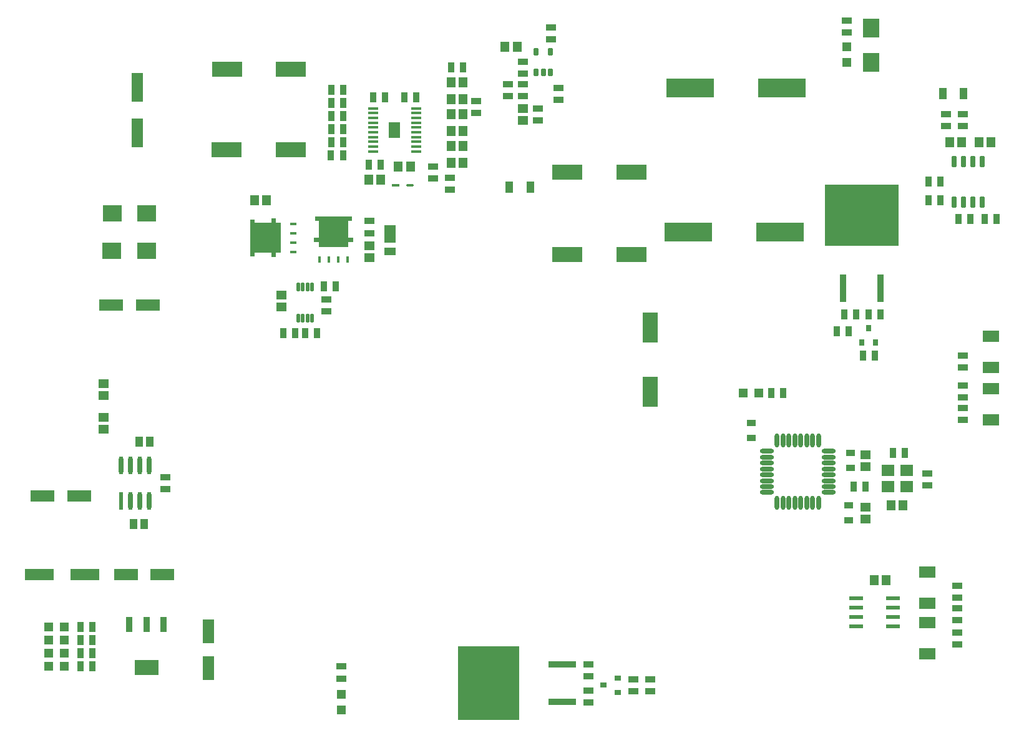
<source format=gtp>
%FSLAX23Y23*%
%MOIN*%
%SFA1B1*%

%IPPOS*%
%AMD20*
4,1,8,-0.009800,-0.019700,0.009800,-0.019700,0.011800,-0.017700,0.011800,0.017700,0.009800,0.019700,-0.009800,0.019700,-0.011800,0.017700,-0.011800,-0.017700,-0.009800,-0.019700,0.0*
1,1,0.004020,-0.009800,-0.017700*
1,1,0.004020,0.009800,-0.017700*
1,1,0.004020,0.009800,0.017700*
1,1,0.004020,-0.009800,0.017700*
%
%AMD33*
4,1,8,-0.011800,0.036900,-0.011800,-0.036900,0.000000,-0.048800,0.000000,-0.048800,0.011800,-0.036900,0.011800,0.036900,0.000000,0.048800,0.000000,0.048800,-0.011800,0.036900,0.0*
1,1,0.023680,0.000000,0.036900*
1,1,0.023680,0.000000,-0.036900*
1,1,0.023680,0.000000,-0.036900*
1,1,0.023680,0.000000,0.036900*
%
%AMD36*
4,1,8,-0.009800,-0.028500,0.009800,-0.028500,0.011800,-0.026500,0.011800,0.026500,0.009800,0.028500,-0.009800,0.028500,-0.011800,0.026500,-0.011800,-0.026500,-0.009800,-0.028500,0.0*
1,1,0.004020,-0.009800,-0.026500*
1,1,0.004020,0.009800,-0.026500*
1,1,0.004020,0.009800,0.026500*
1,1,0.004020,-0.009800,0.026500*
%
%AMD37*
4,1,8,-0.006900,-0.022600,0.006900,-0.022600,0.008900,-0.020700,0.008900,0.020700,0.006900,0.022600,-0.006900,0.022600,-0.008900,0.020700,-0.008900,-0.020700,-0.006900,-0.022600,0.0*
1,1,0.003900,-0.006900,-0.020700*
1,1,0.003900,0.006900,-0.020700*
1,1,0.003900,0.006900,0.020700*
1,1,0.003900,-0.006900,0.020700*
%
%AMD44*
4,1,8,0.012100,0.007700,-0.012100,0.007700,-0.019800,0.000000,-0.019800,0.000000,-0.012100,-0.007700,0.012100,-0.007700,0.019800,0.000000,0.019800,0.000000,0.012100,0.007700,0.0*
1,1,0.015460,0.012100,0.000000*
1,1,0.015460,-0.012100,0.000000*
1,1,0.015460,-0.012100,0.000000*
1,1,0.015460,0.012100,0.000000*
%
%AMD51*
4,1,8,-0.026300,-0.008100,0.026300,-0.008100,0.028300,-0.006000,0.028300,0.006000,0.026300,0.008100,-0.026300,0.008100,-0.028300,0.006000,-0.028300,-0.006000,-0.026300,-0.008100,0.0*
1,1,0.004040,-0.026300,-0.006000*
1,1,0.004040,0.026300,-0.006000*
1,1,0.004040,0.026300,0.006000*
1,1,0.004040,-0.026300,0.006000*
%
%ADD17R,0.051360X0.057330*%
%ADD18R,0.057330X0.051360*%
%ADD19R,0.066930X0.059060*%
G04~CAMADD=20~8~0.0~0.0~236.2~393.7~20.1~0.0~15~0.0~0.0~0.0~0.0~0~0.0~0.0~0.0~0.0~0~0.0~0.0~0.0~180.0~237.0~394.0*
%ADD20D20*%
%ADD21R,0.157480X0.062990*%
%ADD22R,0.043310X0.053150*%
%ADD23R,0.062990X0.125980*%
%ADD24R,0.047490X0.037650*%
%ADD25R,0.085830X0.063780*%
%ADD26R,0.086610X0.098430*%
%ADD27R,0.047240X0.047240*%
%ADD28R,0.330710X0.397640*%
%ADD29R,0.151580X0.037400*%
%ADD30R,0.035430X0.031500*%
%ADD31R,0.077950X0.020870*%
%ADD32R,0.023670X0.097520*%
G04~CAMADD=33~8~0.0~0.0~975.2~236.7~118.4~0.0~15~0.0~0.0~0.0~0.0~0~0.0~0.0~0.0~0.0~0~0.0~0.0~0.0~90.0~238.0~975.0*
%ADD33D33*%
%ADD34R,0.037400X0.084650*%
%ADD35R,0.127950X0.084650*%
G04~CAMADD=36~8~0.0~0.0~236.2~570.9~20.1~0.0~15~0.0~0.0~0.0~0.0~0~0.0~0.0~0.0~0.0~0~0.0~0.0~0.0~180.0~236.0~570.0*
%ADD36D36*%
G04~CAMADD=37~8~0.0~0.0~177.2~452.8~19.5~0.0~15~0.0~0.0~0.0~0.0~0~0.0~0.0~0.0~0.0~0~0.0~0.0~0.0~180.0~178.0~453.0*
%ADD37D37*%
%ADD38O,0.023620X0.076770*%
%ADD39O,0.076770X0.023620*%
%ADD40R,0.255910X0.102360*%
%ADD41R,0.255910X0.098430*%
%ADD42R,0.161420X0.078740*%
%ADD43R,0.039590X0.015450*%
G04~CAMADD=44~8~0.0~0.0~395.9~154.5~77.3~0.0~15~0.0~0.0~0.0~0.0~0~0.0~0.0~0.0~0.0~0~0.0~0.0~0.0~0.0~395.9~154.5*
%ADD44D44*%
%ADD45R,0.059060X0.094490*%
%ADD46R,0.059060X0.041340*%
%ADD47R,0.016140X0.032280*%
%ADD48C,0.143890*%
%ADD49R,0.043310X0.064960*%
%ADD50R,0.053150X0.033470*%
G04~CAMADD=51~8~0.0~0.0~566.9~161.4~20.2~0.0~15~0.0~0.0~0.0~0.0~0~0.0~0.0~0.0~0.0~0~0.0~0.0~0.0~180.0~568.0~162.0*
%ADD51D51*%
%ADD52R,0.033470X0.053150*%
%ADD53R,0.125980X0.062990*%
%ADD54R,0.032280X0.016140*%
%ADD55R,0.078740X0.161420*%
%ADD56R,0.047240X0.047240*%
%ADD57R,0.031500X0.035430*%
%ADD58R,0.037400X0.151580*%
%ADD59R,0.397640X0.330710*%
%ADD60R,0.098430X0.086610*%
%ADD61R,0.062990X0.157480*%
%LNpcb1-1*%
%LPD*%
G36*
X3205Y4225D02*
X3146D01*
Y4308*
X3205*
Y4225*
G37*
G36*
X2542Y3769D02*
X2569D01*
Y3690*
Y3610*
X2542*
Y3586*
X2517*
Y3610*
X2427*
Y3591*
X2406*
Y3788*
X2427*
Y3769*
X2517*
Y3793*
X2542*
Y3769*
G37*
G36*
X2948Y3782D02*
X2929D01*
Y3692*
X2953*
Y3667*
X2929*
Y3640*
X2770*
Y3667*
X2746*
Y3692*
X2770*
Y3782*
X2751*
Y3803*
X2948*
Y3782*
G37*
G54D17*
X3101Y4000D03*
X3038D03*
X3478Y4090D03*
X3541D03*
X3478Y4520D03*
X3541D03*
X3478Y4430D03*
X3541D03*
X3478Y4350D03*
X3541D03*
X3478Y4260D03*
X3541D03*
X3478Y4180D03*
X3541D03*
X3766Y4710D03*
X3830D03*
X2491Y3890D03*
X2428D03*
X3196Y4070D03*
X3260D03*
X5891Y2260D03*
X5828D03*
X6298Y4200D03*
X6361D03*
X6140D03*
X6203D03*
X5801Y1860D03*
X5738D03*
G54D18*
X3860Y4381D03*
Y4318D03*
X3040Y3584D03*
Y3648D03*
X2570Y3383D03*
Y3320D03*
X5690Y2188D03*
Y2251D03*
Y2531D03*
Y2468D03*
X1620Y2668D03*
Y2731D03*
Y2911D03*
Y2848D03*
G54D19*
X5810Y2446D03*
X5910Y2360D03*
X5810D03*
X5910Y2446D03*
G54D20*
X3932Y4684D03*
X4007D03*
Y4575D03*
X3970D03*
X3932D03*
G54D21*
X1277Y1890D03*
X1522D03*
G54D22*
X1867Y2600D03*
X1812D03*
X1837Y2160D03*
X1782D03*
G54D23*
X2180Y1588D03*
Y1391D03*
G54D24*
X5080Y2700D03*
Y2619D03*
X5600Y2179D03*
Y2260D03*
X5610Y2540D03*
Y2459D03*
G54D25*
X6360Y2996D03*
Y3163D03*
Y2883D03*
Y2716D03*
X6020Y1903D03*
Y1736D03*
Y1633D03*
Y1466D03*
G54D26*
X5720Y4627D03*
Y4812D03*
G54D27*
X1328Y1610D03*
X1411D03*
X5121Y2860D03*
X5038D03*
X1328Y1470D03*
X1411D03*
X1328Y1540D03*
X1411D03*
X1328Y1400D03*
X1411D03*
G54D28*
X3678Y1310D03*
G54D29*
X4070Y1210D03*
Y1410D03*
G54D30*
X4290Y1300D03*
X4369Y1262D03*
Y1337D03*
G54D31*
X5642Y1765D03*
Y1715D03*
Y1665D03*
Y1615D03*
X5837D03*
Y1665D03*
Y1715D03*
Y1765D03*
G54D32*
X1715Y2285D03*
G54D33*
X1765Y2285D03*
X1815D03*
X1865D03*
Y2475D03*
X1815D03*
X1765D03*
X1715D03*
G54D34*
X1940Y1624D03*
X1850D03*
X1759D03*
G54D35*
X1850Y1395D03*
G54D36*
X6165Y3882D03*
X6215D03*
X6265D03*
X6315D03*
X6165Y4097D03*
X6215D03*
X6265D03*
X6315D03*
G54D37*
X2736Y3427D03*
X2711D03*
X2685D03*
X2660D03*
X2711Y3260D03*
X2685D03*
X2660D03*
X2736D03*
G54D38*
X5219Y2606D03*
X5440Y2273D03*
X5251Y2606D03*
X5440D03*
X5408D03*
X5377D03*
X5345D03*
X5314D03*
X5282D03*
X5219Y2273D03*
X5251D03*
X5282D03*
X5314D03*
X5345D03*
X5377D03*
X5408D03*
G54D39*
X5496Y2329D03*
Y2361D03*
Y2392D03*
Y2424D03*
Y2455D03*
Y2487D03*
Y2518D03*
Y2550D03*
X5163D03*
Y2518D03*
Y2487D03*
Y2455D03*
Y2424D03*
Y2392D03*
Y2361D03*
Y2329D03*
G54D40*
X4753Y4490D03*
X4743Y3720D03*
G54D41*
X5246Y4490D03*
X5236Y3720D03*
G54D42*
X2621Y4160D03*
X2278D03*
X2622Y4590D03*
X2280D03*
X4441Y3600D03*
X4098D03*
X4441Y4040D03*
X4098D03*
G54D43*
X3180Y3970D03*
G54D44*
X3259Y3970D03*
G54D45*
X3150Y3710D03*
G54D46*
X3150Y3616D03*
G54D47*
X2775Y3573D03*
X2825D03*
X2875D03*
X2925D03*
G54D48*
X2850Y3721D03*
X2488Y3690D03*
G54D49*
X3900Y3960D03*
X3787D03*
X6216Y4460D03*
X6103D03*
G54D50*
X3470Y4012D03*
Y3947D03*
X3940Y4317D03*
Y4382D03*
X4010Y4814D03*
Y4750D03*
X3860Y4567D03*
Y4632D03*
X3780Y4512D03*
Y4447D03*
X4050Y4492D03*
Y4427D03*
X3610Y4422D03*
Y4357D03*
X3380Y4007D03*
Y4072D03*
X3860Y4512D03*
Y4447D03*
X3040Y3714D03*
Y3779D03*
X4450Y1267D03*
Y1332D03*
X4540Y1267D03*
Y1332D03*
X2810Y3362D03*
Y3297D03*
X6020Y2367D03*
Y2432D03*
X6180Y1712D03*
Y1647D03*
X5590Y4852D03*
Y4787D03*
X1950Y2412D03*
Y2347D03*
X4210Y1207D03*
Y1272D03*
Y1347D03*
Y1412D03*
X6180Y1582D03*
Y1517D03*
Y1832D03*
Y1767D03*
X6210Y2782D03*
Y2717D03*
X2890Y1400D03*
Y1335D03*
X6210Y4352D03*
Y4287D03*
Y2837D03*
Y2902D03*
Y2997D03*
Y3062D03*
X6120Y4352D03*
Y4287D03*
G54D51*
X3290Y4152D03*
Y4177D03*
Y4203D03*
Y4228D03*
Y4254D03*
Y4280D03*
Y4305D03*
Y4331D03*
Y4356D03*
Y4382D03*
X3062D03*
Y4356D03*
Y4331D03*
Y4305D03*
Y4280D03*
Y4254D03*
Y4228D03*
Y4203D03*
Y4177D03*
Y4152D03*
G54D52*
X2837Y4410D03*
X2902D03*
Y4340D03*
X2837D03*
X3124Y4440D03*
X3060D03*
X2902Y4200D03*
X2837D03*
Y4480D03*
X2902D03*
X3542Y4600D03*
X3477D03*
X5252Y2860D03*
X5187D03*
X3292Y4440D03*
X3227D03*
X1562Y1610D03*
X1497D03*
X2900Y4130D03*
X2835D03*
X3037Y4080D03*
X3102D03*
X2580Y3180D03*
X2644D03*
X2862Y3430D03*
X2797D03*
X5902Y2540D03*
X5837D03*
X2762Y3180D03*
X2697D03*
X2902Y4270D03*
X2837D03*
X5627Y2360D03*
X5692D03*
X5742Y3060D03*
X5677D03*
X1562Y1540D03*
X1497D03*
X6092Y3990D03*
X6027D03*
X1562Y1400D03*
X1497D03*
X1562Y1470D03*
X1497D03*
X6092Y3890D03*
X6027D03*
X5537Y3190D03*
X5602D03*
X5707Y3280D03*
X5772D03*
X6392Y3790D03*
X6327D03*
X5642Y3280D03*
X5577D03*
X6187Y3790D03*
X6252D03*
G54D53*
X1936Y1890D03*
X1740D03*
X1293Y2310D03*
X1490D03*
X1661Y3330D03*
X1858D03*
G54D54*
X2636Y3615D03*
Y3665D03*
Y3715D03*
Y3765D03*
G54D55*
X4540Y2868D03*
Y3211D03*
G54D56*
X2890Y1251D03*
Y1168D03*
X5590Y4628D03*
Y4711D03*
G54D57*
X5670Y3130D03*
X5744D03*
X5707Y3208D03*
G54D58*
X5570Y3419D03*
X5770D03*
G54D59*
X5670Y3811D03*
G54D60*
X1664Y3620D03*
X1850D03*
X1667Y3820D03*
X1852D03*
G54D61*
X1800Y4250D03*
Y4494D03*
M02*
</source>
